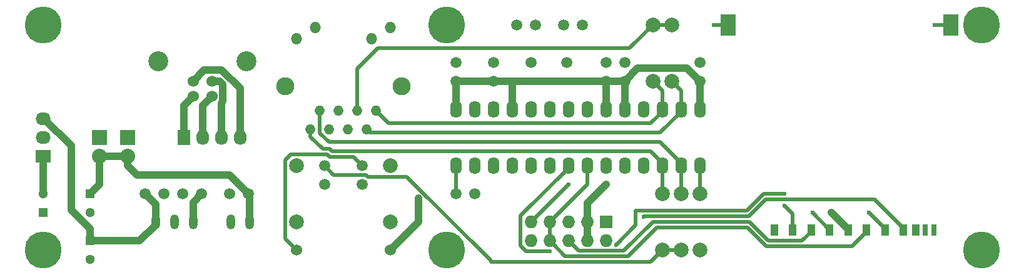
<source format=gtl>
G04 #@! TF.FileFunction,Copper,L1,Top,Signal*
%FSLAX46Y46*%
G04 Gerber Fmt 4.6, Leading zero omitted, Abs format (unit mm)*
G04 Created by KiCad (PCBNEW 4.0.1-stable) date 2016 February 17, Wednesday 21:26:15*
%MOMM*%
G01*
G04 APERTURE LIST*
%ADD10C,0.100000*%
%ADD11R,1.727200X1.727200*%
%ADD12O,1.727200X1.727200*%
%ADD13C,5.000000*%
%ADD14C,1.998980*%
%ADD15C,1.524000*%
%ADD16C,2.700020*%
%ADD17O,1.600000X2.300000*%
%ADD18R,0.998220X1.498600*%
%ADD19R,0.698500X1.498600*%
%ADD20R,1.998980X2.999740*%
%ADD21R,1.727200X2.032000*%
%ADD22O,1.727200X2.032000*%
%ADD23C,1.501140*%
%ADD24O,1.200000X2.000000*%
%ADD25R,1.300000X1.300000*%
%ADD26C,1.300000*%
%ADD27R,2.032000X2.032000*%
%ADD28O,2.032000X2.032000*%
%ADD29R,2.032000X1.727200*%
%ADD30O,2.032000X1.727200*%
%ADD31O,1.371600X1.371600*%
%ADD32O,2.438400X2.438400*%
%ADD33O,1.524000X1.524000*%
%ADD34C,0.600000*%
%ADD35C,0.500000*%
%ADD36C,1.000000*%
G04 APERTURE END LIST*
D10*
D11*
X156210000Y-106680000D03*
D12*
X156210000Y-109220000D03*
X153670000Y-106680000D03*
X153670000Y-109220000D03*
X151130000Y-106680000D03*
X151130000Y-109220000D03*
X148590000Y-106680000D03*
X148590000Y-109220000D03*
X146050000Y-106680000D03*
X146050000Y-109220000D03*
D13*
X207010000Y-110490000D03*
X207010000Y-80010000D03*
X134620000Y-110490000D03*
X134620000Y-80010000D03*
X80010000Y-110490000D03*
D14*
X168910000Y-110490000D03*
X168910000Y-102870000D03*
X162560000Y-80010000D03*
X162560000Y-87630000D03*
X165100000Y-87630000D03*
X165100000Y-80010000D03*
X166370000Y-110490000D03*
X166370000Y-102870000D03*
X163830000Y-102870000D03*
X163830000Y-110490000D03*
X114300000Y-99060000D03*
X114300000Y-106680000D03*
X127000000Y-99060000D03*
X127000000Y-106680000D03*
D15*
X102870000Y-89628980D03*
X100330000Y-89628980D03*
X100330000Y-87630000D03*
X102870000Y-87630000D03*
D16*
X107599480Y-84929980D03*
X95600520Y-84929980D03*
D17*
X135890000Y-99060000D03*
X138430000Y-99060000D03*
X140970000Y-99060000D03*
X143510000Y-99060000D03*
X146050000Y-99060000D03*
X148590000Y-99060000D03*
X151130000Y-99060000D03*
X153670000Y-99060000D03*
X156210000Y-99060000D03*
X158750000Y-99060000D03*
X161290000Y-99060000D03*
X163830000Y-99060000D03*
X166370000Y-99060000D03*
X168910000Y-99060000D03*
X168910000Y-91440000D03*
X166370000Y-91440000D03*
X163830000Y-91440000D03*
X161290000Y-91440000D03*
X158750000Y-91440000D03*
X156210000Y-91440000D03*
X153670000Y-91440000D03*
X151130000Y-91440000D03*
X148590000Y-91440000D03*
X146050000Y-91440000D03*
X143510000Y-91440000D03*
X140970000Y-91440000D03*
X138430000Y-91440000D03*
X135890000Y-91440000D03*
D15*
X127000000Y-110490000D03*
X114300000Y-110490000D03*
D18*
X181498240Y-107759500D03*
X184000140Y-107759500D03*
X186499500Y-107759500D03*
X188996320Y-107759500D03*
X191498220Y-107759500D03*
X193997580Y-107759500D03*
X196425820Y-107759500D03*
X198127620Y-107759500D03*
X178998880Y-107759500D03*
D19*
X199428100Y-107759500D03*
X200626980Y-107759500D03*
D20*
X202897740Y-80010000D03*
X172798740Y-80010000D03*
D21*
X99060000Y-95250000D03*
D22*
X101600000Y-95250000D03*
X104140000Y-95250000D03*
X106680000Y-95250000D03*
D23*
X150931880Y-85090000D03*
X146050000Y-85090000D03*
D13*
X80010000Y-80010000D03*
D23*
X123190000Y-99060000D03*
X123190000Y-101600000D03*
X118110000Y-99060000D03*
X118110000Y-101600000D03*
X146685000Y-80010000D03*
X144145000Y-80010000D03*
X150495000Y-80010000D03*
X153035000Y-80010000D03*
X135890000Y-87630000D03*
X135890000Y-85090000D03*
X140970000Y-85090000D03*
X140970000Y-87630000D03*
X156210000Y-85090000D03*
X156210000Y-87630000D03*
X158750000Y-85090000D03*
X158750000Y-87630000D03*
X168910000Y-85090000D03*
X168910000Y-87630000D03*
X135890000Y-102870000D03*
X138430000Y-102870000D03*
D24*
X107950000Y-106680000D03*
X105410000Y-106680000D03*
X100330000Y-106680000D03*
X97790000Y-106680000D03*
X95250000Y-106680000D03*
D23*
X98936265Y-102898491D03*
X101476265Y-102898491D03*
D25*
X80010000Y-105410000D03*
D26*
X80010000Y-102910000D03*
D25*
X86360000Y-102910000D03*
D26*
X86360000Y-105410000D03*
D23*
X105286265Y-102898491D03*
X107826265Y-102898491D03*
X93856265Y-102898491D03*
X96396265Y-102898491D03*
D25*
X86360000Y-109220000D03*
D26*
X86360000Y-111720000D03*
D27*
X87630000Y-95250000D03*
D28*
X87630000Y-97790000D03*
D27*
X91440000Y-95250000D03*
D28*
X91440000Y-97790000D03*
D29*
X80010000Y-97790000D03*
D30*
X80010000Y-95250000D03*
X80010000Y-92710000D03*
D31*
X125120400Y-91643200D03*
X123850400Y-94183200D03*
X122580400Y-91643200D03*
X121310400Y-94183200D03*
X120040400Y-91643200D03*
X118770400Y-94183200D03*
X117500400Y-91643200D03*
X116230400Y-94183200D03*
D32*
X112801400Y-88341200D03*
X128549400Y-88341200D03*
D33*
X127000000Y-80391000D03*
X116865400Y-80391000D03*
X124460000Y-81915000D03*
X114325400Y-81915000D03*
D34*
X200660000Y-80010000D03*
X184150000Y-105410000D03*
X191770000Y-105410000D03*
X170815000Y-80010000D03*
X156210000Y-101600000D03*
X186690000Y-105410000D03*
X154940000Y-102870000D03*
X130810000Y-103505000D03*
X161290000Y-105979990D03*
X148590000Y-110633603D03*
X151130000Y-101600000D03*
X157573601Y-109783591D03*
X180340000Y-102859039D03*
X180340000Y-104459059D03*
D35*
X202897740Y-80010000D02*
X200660000Y-80010000D01*
X186499500Y-107759500D02*
X184150000Y-105410000D01*
X193997580Y-107637580D02*
X191770000Y-105410000D01*
X172798740Y-80010000D02*
X170815000Y-80010000D01*
X193997580Y-107759500D02*
X193997580Y-107637580D01*
X138430000Y-99060000D02*
X138430000Y-98710000D01*
X168910000Y-102870000D02*
X168910000Y-99060000D01*
D36*
X156210000Y-87630000D02*
X143510000Y-87630000D01*
X143510000Y-87630000D02*
X140970000Y-87630000D01*
X143510000Y-91440000D02*
X143510000Y-87630000D01*
X154940000Y-102870000D02*
X156210000Y-101600000D01*
X188996320Y-107716320D02*
X186690000Y-105410000D01*
X153670000Y-106680000D02*
X153670000Y-109220000D01*
X154940000Y-102870000D02*
X153670000Y-104140000D01*
X153670000Y-104140000D02*
X153670000Y-106680000D01*
X135890000Y-91440000D02*
X135890000Y-87630000D01*
X140970000Y-87630000D02*
X135890000Y-87630000D01*
X130810000Y-103505000D02*
X130810000Y-106680000D01*
X130810000Y-106680000D02*
X127000000Y-110490000D01*
X168910000Y-87630000D02*
X168910000Y-91440000D01*
X158750000Y-87630000D02*
X160499491Y-85880509D01*
X160499491Y-85880509D02*
X167160509Y-85880509D01*
X167160509Y-85880509D02*
X168910000Y-87630000D01*
X156210000Y-87630000D02*
X158750000Y-87630000D01*
X158750000Y-87630000D02*
X158750000Y-91440000D01*
X156210000Y-87630000D02*
X156210000Y-91440000D01*
D35*
X188996320Y-107759500D02*
X188996320Y-107716320D01*
X188996320Y-107759500D02*
X188996320Y-107509310D01*
X162249337Y-105929991D02*
X161339999Y-105929991D01*
X161339999Y-105929991D02*
X161290000Y-105979990D01*
X196425820Y-107759500D02*
X196425820Y-107509310D01*
X192575559Y-103659049D02*
X177841605Y-103659049D01*
X196425820Y-107509310D02*
X192575559Y-103659049D01*
X177841605Y-103659049D02*
X175570665Y-105929989D01*
X175570665Y-105929989D02*
X162249337Y-105929991D01*
X196425820Y-107759500D02*
X196425820Y-108009690D01*
X148590000Y-99410000D02*
X148590000Y-99060000D01*
X151130000Y-109220000D02*
X152493601Y-110583601D01*
X178220676Y-109220000D02*
X182789830Y-109220000D01*
X182789830Y-109220000D02*
X184000140Y-108009690D01*
X152493601Y-110583601D02*
X158656399Y-110583601D01*
X158656399Y-110583601D02*
X162560000Y-106680000D01*
X162560000Y-106680000D02*
X175680677Y-106680001D01*
X175680677Y-106680001D02*
X178220676Y-109220000D01*
X184000140Y-108009690D02*
X184000140Y-107759500D01*
X144686399Y-105853601D02*
X144686399Y-109874529D01*
X144686399Y-109874529D02*
X145445473Y-110633603D01*
X145445473Y-110633603D02*
X148590000Y-110633603D01*
X151130000Y-99060000D02*
X151130000Y-99410000D01*
X151130000Y-99410000D02*
X144686399Y-105853601D01*
X184000140Y-107759500D02*
X184000140Y-107509310D01*
X148590000Y-106680000D02*
X153670000Y-101600000D01*
X153670000Y-101600000D02*
X153670000Y-99060000D01*
X148590000Y-109220000D02*
X148590000Y-106680000D01*
X191498220Y-107759500D02*
X191498220Y-108009690D01*
X191498220Y-108009690D02*
X189537900Y-109970010D01*
X189537900Y-109970010D02*
X177910012Y-109970010D01*
X177910012Y-109970010D02*
X175370012Y-107430010D01*
X175370012Y-107430010D02*
X163079990Y-107430010D01*
X163079990Y-107430010D02*
X159176389Y-111333611D01*
X150703611Y-111333611D02*
X149120337Y-109750337D01*
X159176389Y-111333611D02*
X150703611Y-111333611D01*
X146050000Y-106680000D02*
X151130000Y-101600000D01*
X156210000Y-99410000D02*
X156210000Y-99060000D01*
X160250020Y-105179980D02*
X160250020Y-107107172D01*
X160250020Y-107107172D02*
X157573601Y-109783591D01*
X180340000Y-102859039D02*
X177580941Y-102859039D01*
X177580941Y-102859039D02*
X175260000Y-105179980D01*
X175260000Y-105179980D02*
X160250020Y-105179980D01*
X181498240Y-107759500D02*
X181498240Y-105617299D01*
X181498240Y-105617299D02*
X180340000Y-104459059D01*
X181498240Y-107759500D02*
X181498240Y-107509310D01*
X119202200Y-97155000D02*
X118857700Y-96810500D01*
X118857700Y-96810500D02*
X117887833Y-96810500D01*
X117887833Y-96810500D02*
X116230400Y-95153067D01*
X116230400Y-95153067D02*
X116230400Y-94183200D01*
X163830000Y-99060000D02*
X163830000Y-98710000D01*
X163830000Y-98710000D02*
X162275000Y-97155000D01*
X162275000Y-97155000D02*
X119202200Y-97155000D01*
X163830000Y-102870000D02*
X163830000Y-99060000D01*
X166370000Y-99060000D02*
X166370000Y-98710000D01*
X117475000Y-91668600D02*
X117500400Y-91643200D01*
X166370000Y-98710000D02*
X163545000Y-95885000D01*
X163545000Y-95885000D02*
X118717214Y-95885000D01*
X118717214Y-95885000D02*
X117475000Y-94642786D01*
X117475000Y-94642786D02*
X117475000Y-91668600D01*
X166370000Y-99060000D02*
X166370000Y-102870000D01*
X166370000Y-91440000D02*
X166370000Y-91790000D01*
X124282200Y-94615000D02*
X123850400Y-94183200D01*
X166370000Y-91790000D02*
X163545000Y-94615000D01*
X163545000Y-94615000D02*
X124282200Y-94615000D01*
X166370000Y-91440000D02*
X166370000Y-88900000D01*
X166370000Y-88900000D02*
X165100000Y-87630000D01*
X163830000Y-91440000D02*
X163830000Y-91790000D01*
X163830000Y-91790000D02*
X162275000Y-93345000D01*
X162275000Y-93345000D02*
X126822200Y-93345000D01*
X126822200Y-93345000D02*
X125120400Y-91643200D01*
X163830000Y-91440000D02*
X163830000Y-88900000D01*
X163830000Y-88900000D02*
X162560000Y-87630000D01*
X135890000Y-99060000D02*
X135890000Y-102870000D01*
X162560000Y-80010000D02*
X159402401Y-83167599D01*
X122580400Y-85957310D02*
X122580400Y-91643200D01*
X159402401Y-83167599D02*
X125370111Y-83167599D01*
X125370111Y-83167599D02*
X122580400Y-85957310D01*
X123190000Y-99060000D02*
X122035010Y-97905010D01*
X122035010Y-97905010D02*
X118805856Y-97905010D01*
X118805856Y-97905010D02*
X118461355Y-97560509D01*
X118461355Y-97560509D02*
X113580243Y-97560509D01*
X113580243Y-97560509D02*
X112800509Y-98340243D01*
X112800509Y-98340243D02*
X112800509Y-108990509D01*
X112800509Y-108990509D02*
X114300000Y-110490000D01*
X162560000Y-80010000D02*
X165100000Y-80010000D01*
X140653623Y-112083621D02*
X140653623Y-111934396D01*
X140653623Y-111934396D02*
X129278718Y-100559491D01*
X129278718Y-100559491D02*
X124000337Y-100559491D01*
X124000337Y-100559491D02*
X123751417Y-100310571D01*
X123751417Y-100310571D02*
X119360571Y-100310571D01*
X119360571Y-100310571D02*
X118110000Y-99060000D01*
X163830000Y-110490000D02*
X162236379Y-112083621D01*
X162236379Y-112083621D02*
X140653623Y-112083621D01*
X166370000Y-110490000D02*
X163830000Y-110490000D01*
D36*
X99060000Y-95250000D02*
X99060000Y-90898980D01*
X99060000Y-90898980D02*
X100330000Y-89628980D01*
X101600000Y-95250000D02*
X101600000Y-90898980D01*
X101600000Y-90898980D02*
X102870000Y-89628980D01*
X104140000Y-95250000D02*
X104140000Y-90596742D01*
X104140000Y-90596742D02*
X104382001Y-90354741D01*
X104382001Y-90354741D02*
X104382001Y-88064371D01*
X104382001Y-88064371D02*
X103947630Y-87630000D01*
X103947630Y-87630000D02*
X102870000Y-87630000D01*
X106680000Y-95250000D02*
X106680000Y-88594589D01*
X106680000Y-88594589D02*
X104203410Y-86117999D01*
X104203410Y-86117999D02*
X101842001Y-86117999D01*
X101842001Y-86117999D02*
X100330000Y-87630000D01*
X80010000Y-97790000D02*
X80010000Y-102910000D01*
X100330000Y-107080000D02*
X100330000Y-106680000D01*
X100330000Y-106680000D02*
X100330000Y-104044756D01*
X100330000Y-104044756D02*
X101476265Y-102898491D01*
X101436265Y-102858491D02*
X101476265Y-102898491D01*
X87630000Y-97790000D02*
X87630000Y-101640000D01*
X87630000Y-101640000D02*
X86360000Y-102910000D01*
X91440000Y-97790000D02*
X87630000Y-97790000D01*
X92710000Y-100330000D02*
X105257774Y-100330000D01*
X105257774Y-100330000D02*
X107826265Y-102898491D01*
X91440000Y-99060000D02*
X92710000Y-100330000D01*
X91440000Y-97790000D02*
X91440000Y-99060000D01*
X107950000Y-106680000D02*
X107950000Y-103022226D01*
X107950000Y-103022226D02*
X107826265Y-102898491D01*
X83820000Y-96367600D02*
X83820000Y-105030000D01*
X83820000Y-105030000D02*
X86360000Y-107570000D01*
X86360000Y-107570000D02*
X86360000Y-109220000D01*
X80010000Y-92710000D02*
X80162400Y-92710000D01*
X80162400Y-92710000D02*
X83820000Y-96367600D01*
X95250000Y-106680000D02*
X95250000Y-107080000D01*
X95250000Y-107080000D02*
X93110000Y-109220000D01*
X93110000Y-109220000D02*
X86360000Y-109220000D01*
X95250000Y-106680000D02*
X95250000Y-104292226D01*
X95250000Y-104292226D02*
X93856265Y-102898491D01*
M02*

</source>
